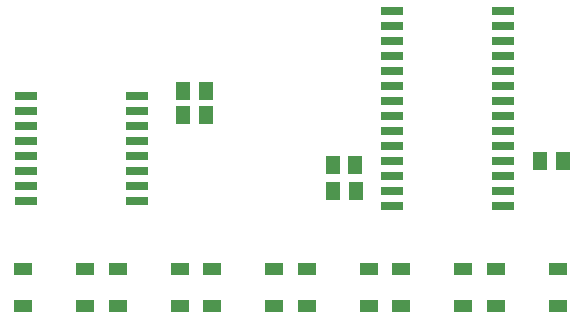
<source format=gbr>
%TF.GenerationSoftware,KiCad,Pcbnew,7.0.5-0*%
%TF.CreationDate,2023-07-08T10:36:07-04:00*%
%TF.ProjectId,nixie,6e697869-652e-46b6-9963-61645f706362,rev?*%
%TF.SameCoordinates,Original*%
%TF.FileFunction,Paste,Top*%
%TF.FilePolarity,Positive*%
%FSLAX46Y46*%
G04 Gerber Fmt 4.6, Leading zero omitted, Abs format (unit mm)*
G04 Created by KiCad (PCBNEW 7.0.5-0) date 2023-07-08 10:36:07*
%MOMM*%
%LPD*%
G01*
G04 APERTURE LIST*
%ADD10R,1.550000X1.000000*%
%ADD11R,1.925000X0.650000*%
%ADD12R,1.300000X1.500000*%
%ADD13R,1.850000X0.650000*%
G04 APERTURE END LIST*
D10*
%TO.C,S6*%
X176000000Y-137000000D03*
X170750000Y-137000000D03*
X170750000Y-140200000D03*
X176000000Y-140200000D03*
%TD*%
%TO.C,S5*%
X168000000Y-137000000D03*
X162750000Y-137000000D03*
X162750000Y-140200000D03*
X168000000Y-140200000D03*
%TD*%
%TO.C,S4*%
X160000000Y-137000000D03*
X154750000Y-137000000D03*
X154750000Y-140200000D03*
X160000000Y-140200000D03*
%TD*%
%TO.C,S3*%
X152000000Y-137000000D03*
X146750000Y-137000000D03*
X146750000Y-140200000D03*
X152000000Y-140200000D03*
%TD*%
%TO.C,S1*%
X136000000Y-137000000D03*
X130750000Y-137000000D03*
X130750000Y-140200000D03*
X136000000Y-140200000D03*
%TD*%
D11*
%TO.C,IC6*%
X131000000Y-122380000D03*
X131000000Y-123650000D03*
X131000000Y-124920000D03*
X131000000Y-126190000D03*
X131000000Y-127460000D03*
X131000000Y-128730000D03*
X131000000Y-130000000D03*
X131000000Y-131270000D03*
X140424000Y-131270000D03*
X140424000Y-130000000D03*
X140424000Y-128730000D03*
X140424000Y-127460000D03*
X140424000Y-126190000D03*
X140424000Y-124920000D03*
X140424000Y-123650000D03*
X140424000Y-122380000D03*
%TD*%
D12*
%TO.C,R9*%
X158900000Y-130445000D03*
X157000000Y-130445000D03*
%TD*%
%TO.C,R5*%
X144298000Y-122000000D03*
X146198000Y-122000000D03*
%TD*%
%TO.C,R10*%
X158866000Y-128245000D03*
X156966000Y-128245000D03*
%TD*%
D13*
%TO.C,IC5*%
X162000000Y-115190000D03*
X162000000Y-116460000D03*
X162000000Y-117730000D03*
X162000000Y-119000000D03*
X162000000Y-120270000D03*
X162000000Y-121540000D03*
X162000000Y-122810000D03*
X162000000Y-124080000D03*
X162000000Y-125350000D03*
X162000000Y-126620000D03*
X162000000Y-127890000D03*
X162000000Y-129160000D03*
X162000000Y-130430000D03*
X162000000Y-131700000D03*
X171350000Y-131700000D03*
X171350000Y-130430000D03*
X171350000Y-129160000D03*
X171350000Y-127890000D03*
X171350000Y-126620000D03*
X171350000Y-125350000D03*
X171350000Y-124080000D03*
X171350000Y-122810000D03*
X171350000Y-121540000D03*
X171350000Y-120270000D03*
X171350000Y-119000000D03*
X171350000Y-117730000D03*
X171350000Y-116460000D03*
X171350000Y-115190000D03*
%TD*%
D12*
%TO.C,R11*%
X174550000Y-127900000D03*
X176450000Y-127900000D03*
%TD*%
D10*
%TO.C,S2*%
X144000000Y-137000000D03*
X138750000Y-137000000D03*
X138750000Y-140200000D03*
X144000000Y-140200000D03*
%TD*%
D12*
%TO.C,R6*%
X144298000Y-124000000D03*
X146198000Y-124000000D03*
%TD*%
M02*

</source>
